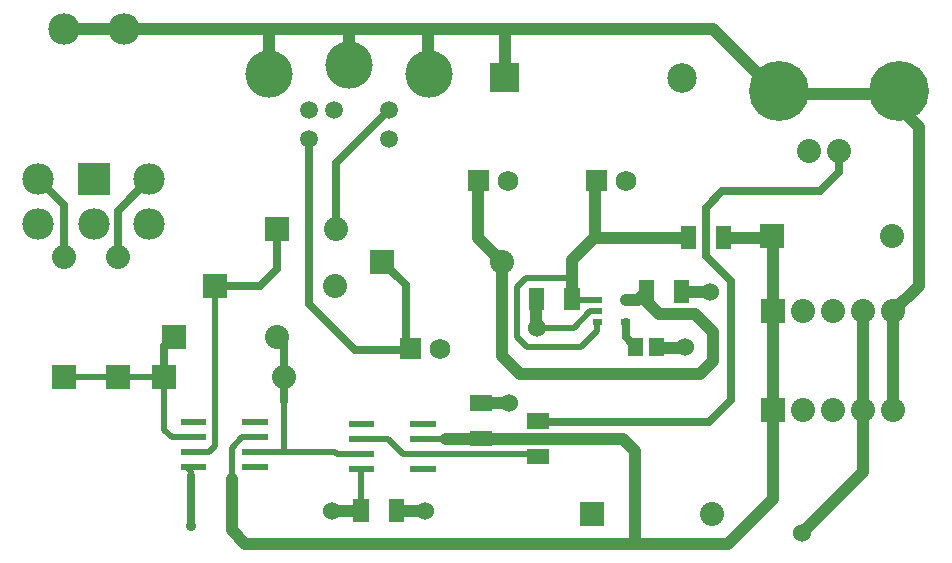
<source format=gtl>
G04 start of page 2 for group 3 layer_idx 0 *
G04 Title: (unknown), top_copper *
G04 Creator: pcb-rnd 2.2.2 *
G04 CreationDate: 2020-09-08 23:28:17 UTC *
G04 For:  *
G04 Format: Gerber/RS-274X *
G04 PCB-Dimensions: 416500 193500 *
G04 PCB-Coordinate-Origin: lower left *
%MOIN*%
%FSLAX25Y25*%
%LNTOP_COPPER_NONE_3*%
%ADD33C,0.0320*%
%ADD32C,0.0374*%
%ADD31C,0.0790*%
%ADD30C,0.0358*%
%ADD29C,0.0925*%
%ADD28C,0.0710*%
%ADD27C,0.0650*%
%ADD26C,0.0276*%
%ADD25C,0.0350*%
%ADD24C,0.0394*%
%ADD23C,0.0984*%
%ADD22C,0.2000*%
%ADD21C,0.0591*%
%ADD20C,0.1575*%
%ADD19C,0.0360*%
%ADD18C,0.1050*%
%ADD17C,0.0689*%
%ADD16C,0.0600*%
%ADD15C,0.0001*%
%ADD14C,0.0800*%
%ADD13C,0.0250*%
%ADD12C,0.0200*%
%ADD11C,0.0400*%
G54D11*X117000Y169083D02*Y181000D01*
X90425Y165933D02*Y180425D01*
X90500Y180500D01*
X238500Y181000D02*X22000D01*
X143500D02*Y166008D01*
X168870Y164860D02*Y180870D01*
X169000Y181000D01*
X143500Y166008D02*X143575Y165933D01*
X160000Y130343D02*X160157Y130500D01*
X160079Y130421D02*Y111464D01*
X168043Y103500D01*
X199095Y123595D02*X199000Y123500D01*
Y129961D01*
X199483Y130444D01*
X168022Y97522D02*Y103521D01*
X149500Y44500D02*X208500D01*
G54D12*X149500D02*X144000D01*
G54D13*X180000Y50310D02*X180310Y50000D01*
G54D11*X161000Y56405D02*X170595D01*
G54D12*X135000Y39500D02*X179000D01*
X198778Y90740D02*X191550D01*
G54D11*X191405Y91000D02*Y103905D01*
X199095Y111595D02*X191405Y103905D01*
G54D12*X179500Y85500D02*Y90905D01*
X179595Y91000D01*
G54D11*X179457D02*Y81405D01*
G54D12*X191550Y90740D02*X191405Y90595D01*
X192000Y81500D02*X179552D01*
X194500Y75000D02*X176500D01*
X173000Y78500D01*
Y95000D01*
G54D13*X136000Y74000D02*Y95543D01*
G54D11*X168000Y72000D02*Y97500D01*
X168022Y97522D01*
G54D12*X173000Y95000D02*X176000Y98000D01*
X191405D01*
G54D11*X174000Y66000D02*X168000Y72000D01*
G54D12*X198778Y87000D02*X197500D01*
G54D11*X199095Y111595D02*Y123595D01*
G54D12*X192000Y81500D02*X197500Y87000D01*
X199778Y83260D02*Y80278D01*
X194500Y75000D01*
G54D13*X209226Y83260D02*Y78274D01*
G54D11*Y90740D02*X213335D01*
X216095Y93500D01*
Y90405D01*
X230095Y111500D02*X199000D01*
X227905Y93362D02*X237500D01*
X219586Y74862D02*X229181D01*
X216095Y90405D02*X220500Y86000D01*
X232500D01*
G54D13*X209226Y78274D02*X212500Y75000D01*
G54D11*X232500Y86000D02*X238500Y80000D01*
Y70500D01*
G54D13*X244500Y57500D02*Y97000D01*
Y57500D02*X237000Y50000D01*
X241500Y127000D02*X236000Y121500D01*
Y105500D01*
X244500Y97000D02*X236000Y105500D01*
G54D11*X238500Y70500D02*X234000Y66000D01*
X174000D01*
G54D12*X179000Y39500D02*X180000Y38500D01*
G54D13*X180310Y50000D02*X237000D01*
G54D11*X243500Y9500D02*X256000Y22000D01*
X212500Y40500D02*Y9500D01*
X208500Y44500D02*X212500Y40500D01*
X243500Y9500D02*X82500D01*
X78000Y14000D01*
Y31000D01*
G54D13*X22000Y105000D02*Y122500D01*
X13500Y131000D01*
X93000Y114500D02*Y101000D01*
X130386Y154122D02*X112700Y136436D01*
X112200Y114000D02*X112200Y114000D01*
X112700Y114500D02*Y136436D01*
X72500Y95500D02*X87500D01*
X103614Y144280D02*Y89386D01*
X87500Y95500D02*X93000Y101000D01*
X136000Y95543D02*X128043Y103500D01*
X103614Y89386D02*X119000Y74000D01*
X137000D01*
X137500Y74500D01*
G54D12*X119000Y44500D02*X130000D01*
X135000Y39500D01*
X119000D02*X113000D01*
X112500Y40000D02*X113000Y39500D01*
X121000Y34500D02*Y20500D01*
X88000Y40000D02*X112500D01*
X78000Y41500D02*Y28000D01*
G54D13*X95500Y76100D02*X93100Y78500D01*
X95500Y76100D02*Y57000D01*
Y65000D03*
G54D12*Y40000D02*Y61500D01*
X72500Y95500D02*X72500Y42000D01*
X88000Y45000D02*X81500D01*
X78000Y41500D01*
G54D11*X111500Y20500D02*X119500D01*
X121000Y22000D01*
X133000Y20405D02*X142595D01*
X300500Y159500D02*X260000D01*
X238500Y181000D01*
G54D13*X280500Y133500D02*Y140500D01*
X274000Y127000D02*X241500D01*
G54D11*X300500Y159500D02*Y155000D01*
X307000Y148500D01*
G54D13*X274000Y127000D02*X280500Y133500D01*
G54D11*X298500Y87000D02*Y54000D01*
X307000Y148500D02*Y95500D01*
X298500Y87000D01*
X288500D02*Y33500D01*
X268000Y13000D01*
X259000Y111500D02*X258500Y111000D01*
X241905Y111500D02*X259000D01*
X258500Y24500D02*X256000Y22000D01*
X258500Y111000D02*Y24500D01*
G54D13*X40000Y120500D02*X50500Y131000D01*
X40000Y105000D02*Y120500D01*
Y105000D02*Y105500D01*
X55500Y65000D02*Y75200D01*
X58800Y78500D01*
G54D12*X63000Y45000D02*X58000D01*
X55500Y47500D01*
Y65000D01*
X22000D02*X55500D01*
X63000Y40000D02*X70500D01*
X72500Y42000D02*X70500Y40000D01*
G54D13*X64500Y15500D02*Y32000D01*
G54D12*Y33500D01*
X63000Y35000D01*
G54D14*X95500Y65000D03*
G54D15*G36*
X90000Y49000D02*X81500D01*
Y51000D01*
X90000D01*
Y49000D01*
G37*
G36*
Y44000D02*X81500D01*
Y46000D01*
X90000D01*
Y44000D01*
G37*
G36*
Y39000D02*X81500D01*
Y41000D01*
X90000D01*
Y39000D01*
G37*
G54D16*X170500Y56500D03*
G54D15*G36*
X134055Y77945D02*X140945D01*
Y71055D01*
X134055D01*
Y77945D01*
G37*
G36*
X157260Y58964D02*Y53846D01*
X164740D01*
Y58964D01*
X157260D01*
G37*
G36*
X90000Y34000D02*X81500D01*
Y36000D01*
X90000D01*
Y34000D01*
G37*
G54D17*X147343Y74500D03*
G54D15*G36*
X117000Y50500D02*X125500D01*
Y48500D01*
X117000D01*
Y50500D01*
G37*
G36*
X146000Y48500D02*X137500D01*
Y50500D01*
X146000D01*
Y48500D01*
G37*
G36*
X117000Y45500D02*X125500D01*
Y43500D01*
X117000D01*
Y45500D01*
G37*
G54D16*X179552Y81500D03*
G54D15*G36*
X146000Y43500D02*X137500D01*
Y45500D01*
X146000D01*
Y43500D01*
G37*
G36*
X157260Y47154D02*Y42036D01*
X164740D01*
Y47154D01*
X157260D01*
G37*
G36*
X176260Y52869D02*Y47751D01*
X183740D01*
Y52869D01*
X176260D01*
G37*
G54D16*X111500Y20500D03*
X142500D03*
G54D15*G36*
X123559Y24240D02*X118441D01*
Y16760D01*
X123559D01*
Y24240D01*
G37*
G36*
X135369D02*X130251D01*
Y16760D01*
X135369D01*
Y24240D01*
G37*
G36*
X117000Y40500D02*X125500D01*
Y38500D01*
X117000D01*
Y40500D01*
G37*
G36*
X146000Y38500D02*X137500D01*
Y40500D01*
X146000D01*
Y38500D01*
G37*
G36*
X176260Y41059D02*Y35941D01*
X183740D01*
Y41059D01*
X176260D01*
G37*
G36*
X117000Y35500D02*X125500D01*
Y33500D01*
X117000D01*
Y35500D01*
G37*
G36*
X146000Y33500D02*X137500D01*
Y35500D01*
X146000D01*
Y33500D01*
G37*
G54D14*X93100Y78500D03*
X112500Y95500D03*
G54D15*G36*
X89000Y118500D02*X97000D01*
Y110500D01*
X89000D01*
Y118500D01*
G37*
G54D14*X112700Y114500D03*
G54D15*G36*
X124043Y107500D02*X132043D01*
Y99500D01*
X124043D01*
Y107500D01*
G37*
G36*
X194000Y23500D02*X202000D01*
Y15500D01*
X194000D01*
Y23500D01*
G37*
G36*
X182154Y94740D02*X177036D01*
Y87260D01*
X182154D01*
Y94740D01*
G37*
G54D14*X168043Y103500D03*
G54D15*G36*
X193964Y94740D02*X188846D01*
Y87260D01*
X193964D01*
Y94740D01*
G37*
G36*
X198203Y87984D02*Y86016D01*
X201352D01*
Y87984D01*
X198203D01*
G37*
G36*
Y91724D02*Y89756D01*
X201352D01*
Y91724D01*
X198203D01*
G37*
G36*
X207651Y84244D02*Y82276D01*
X210800D01*
Y84244D01*
X207651D01*
G37*
G36*
Y91724D02*Y89756D01*
X210800D01*
Y91724D01*
X207651D01*
G37*
G36*
X198203Y84244D02*Y82276D01*
X201352D01*
Y84244D01*
X198203D01*
G37*
G36*
X218654Y97240D02*X213536D01*
Y89760D01*
X218654D01*
Y97240D01*
G37*
G36*
X215059Y77952D02*X209941D01*
Y72048D01*
X215059D01*
Y77952D01*
G37*
G36*
X222145D02*X217027D01*
Y72048D01*
X222145D01*
Y77952D01*
G37*
G36*
X254000Y116000D02*X262000D01*
Y108000D01*
X254000D01*
Y116000D01*
G37*
G36*
X230464Y97240D02*X225346D01*
Y89760D01*
X230464D01*
Y97240D01*
G37*
G36*
X232654Y115240D02*X227536D01*
Y107760D01*
X232654D01*
Y115240D01*
G37*
G36*
X244464D02*X239346D01*
Y107760D01*
X244464D01*
Y115240D01*
G37*
G54D16*X237405Y93457D03*
X229086Y74957D03*
G54D15*G36*
X254500Y91000D02*X262500D01*
Y83000D01*
X254500D01*
Y91000D01*
G37*
G54D16*X268000Y13000D03*
G54D15*G36*
X254500Y58000D02*X262500D01*
Y50000D01*
X254500D01*
Y58000D01*
G37*
G54D14*X268500Y54000D03*
X278500D03*
X238000Y19500D03*
X288500Y54000D03*
X298500D03*
X268500Y87000D03*
X278500D03*
X288500D03*
X298500D03*
G54D18*X22000Y181000D03*
X42000D03*
X13500Y131000D03*
Y116000D03*
X32000D03*
G54D15*G36*
X26750Y136250D02*X37250D01*
Y125750D01*
X26750D01*
Y136250D01*
G37*
G54D18*X50500Y131000D03*
Y116000D03*
G54D14*X40000Y105000D03*
G54D19*X64500Y15500D03*
G54D15*G36*
X51500Y69000D02*X59500D01*
Y61000D01*
X51500D01*
Y69000D01*
G37*
G36*
X36000Y61000D02*Y69000D01*
X44000D01*
Y61000D01*
X36000D01*
G37*
G36*
X54800Y82500D02*X62800D01*
Y74500D01*
X54800D01*
Y82500D01*
G37*
G36*
X18000Y61000D02*Y69000D01*
X26000D01*
Y61000D01*
X18000D01*
G37*
G54D14*X22000Y105000D03*
G54D15*G36*
X68500Y99500D02*X76500D01*
Y91500D01*
X68500D01*
Y99500D01*
G37*
G36*
X61000Y51000D02*X69500D01*
Y49000D01*
X61000D01*
Y51000D01*
G37*
G36*
Y46000D02*X69500D01*
Y44000D01*
X61000D01*
Y46000D01*
G37*
G36*
Y41000D02*X69500D01*
Y39000D01*
X61000D01*
Y41000D01*
G37*
G36*
Y36000D02*X69500D01*
Y34000D01*
X61000D01*
Y36000D01*
G37*
G54D20*X90425Y165933D03*
G54D21*X103614Y144280D03*
X111882Y154122D03*
X103614D03*
G54D20*X117000Y169083D03*
X143575Y165933D03*
G54D21*X130386Y154122D03*
G54D22*X260500Y160500D03*
G54D15*G36*
X163949Y169782D02*Y159939D01*
X173791D01*
Y169782D01*
X163949D01*
G37*
G54D23*X227925Y164860D03*
G54D21*X130386Y144280D03*
G54D22*X300500Y160500D03*
G54D14*X298000Y112000D03*
X270500Y140500D03*
X280500D03*
G54D15*G36*
X156713Y133945D02*X163602D01*
Y127055D01*
X156713D01*
Y133945D01*
G37*
G54D17*X170000Y130500D03*
G54D15*G36*
X196038Y133888D02*X202927D01*
Y126999D01*
X196038D01*
Y133888D01*
G37*
G54D17*X209325Y130444D03*
G54D24*G54D25*G54D26*G54D25*G54D24*G54D25*G54D11*G54D25*G54D11*G54D24*G54D11*G54D27*G54D28*G54D24*G54D12*G54D24*G54D29*G54D30*G54D29*G54D30*G54D31*G54D32*G54D30*G54D31*G54D24*G54D33*G54D26*M02*

</source>
